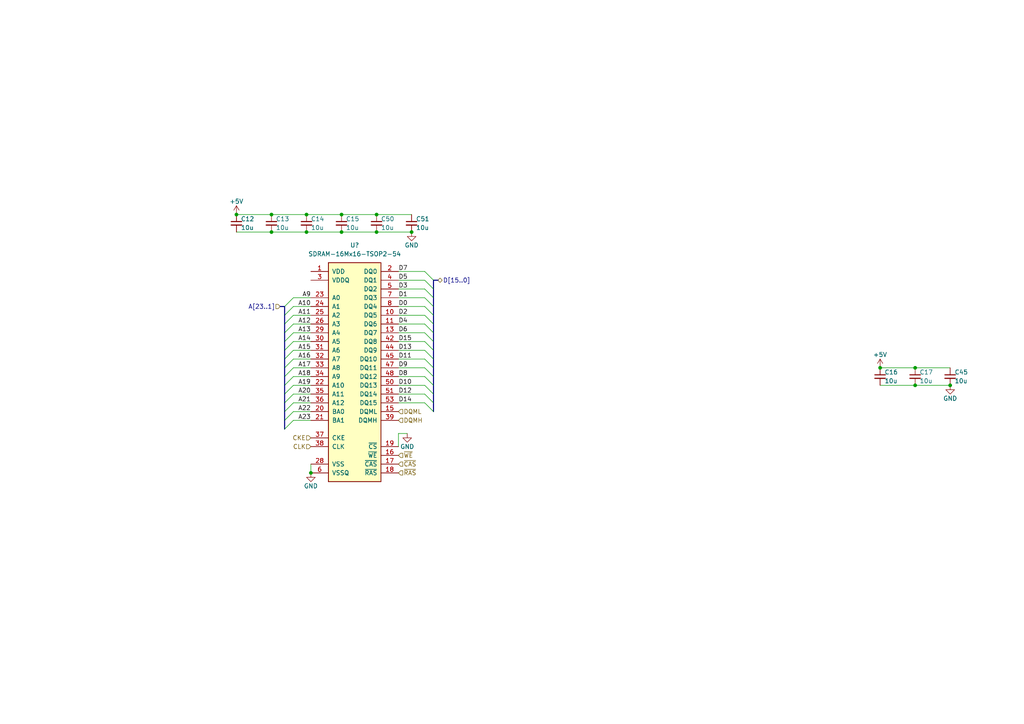
<source format=kicad_sch>
(kicad_sch (version 20230121) (generator eeschema)
  (paper "A4")
  (lib_symbols
    (symbol "Device:C_Small" (pin_numbers hide) (pin_names (offset 0.254) hide)
      (property "Reference" "C" (at 0.254 1.778 0))
      (property "Value" "C_Small" (at 0.254 -2.032 0))
      (symbol "C_Small_0_1"
        (polyline (pts (xy -1.524 -0.508) (xy 1.524 -0.508)) (stroke (width 0.3302)))
        (polyline (pts (xy -1.524 0.508) (xy 1.524 0.508)) (stroke (width 0.3048)))
      )
      (symbol "C_Small_1_1"
        (pin passive line (at 0 2.54 270) (length 2.032) (name "~") (number "1"))
        (pin passive line (at 0 -2.54 90) (length 2.032) (name "~") (number "2"))
      )
    )
    (symbol "GW_RAM:SDRAM-16Mx16-TSOP2-54" (pin_names (offset 1.016))
      (property "Reference" "U" (at 0 29.21 0))
      (property "Value" "SDRAM-16Mx16-TSOP2-54" (at 0 0 90))
      (symbol "SDRAM-16Mx16-TSOP2-54_0_1"
        (rectangle (start -7.62 27.94) (end 7.62 -35.56) (stroke (width 0.254)) (fill (type background)))
      )
      (symbol "SDRAM-16Mx16-TSOP2-54_1_1"
        (pin power_in line (at -12.7 25.4 0) (length 5.08) (name "VDD") (number "1"))
        (pin bidirectional line (at 12.7 12.7 180) (length 5.08) (name "DQ5") (number "10"))
        (pin bidirectional line (at 12.7 10.16 180) (length 5.08) (name "DQ6") (number "11"))
        (pin power_in line (at -12.7 -33.02 0) (length 5.08) hide (name "VSSQ") (number "12"))
        (pin bidirectional line (at 12.7 7.62 180) (length 5.08) (name "DQ7") (number "13"))
        (pin power_in line (at -12.7 25.4 0) (length 5.08) hide (name "VDD") (number "14"))
        (pin input line (at 12.7 -15.24 180) (length 5.08) (name "DQML") (number "15"))
        (pin input line (at 12.7 -27.94 180) (length 5.08) (name "~{WE}") (number "16"))
        (pin input line (at 12.7 -30.48 180) (length 5.08) (name "~{CAS}") (number "17"))
        (pin input line (at 12.7 -33.02 180) (length 5.08) (name "~{RAS}") (number "18"))
        (pin input line (at 12.7 -25.4 180) (length 5.08) (name "~{CS}") (number "19"))
        (pin bidirectional line (at 12.7 25.4 180) (length 5.08) (name "DQ0") (number "2"))
        (pin input line (at -12.7 -15.24 0) (length 5.08) (name "BA0") (number "20"))
        (pin input line (at -12.7 -17.78 0) (length 5.08) (name "BA1") (number "21"))
        (pin input line (at -12.7 -7.62 0) (length 5.08) (name "A10") (number "22"))
        (pin input line (at -12.7 17.78 0) (length 5.08) (name "A0") (number "23"))
        (pin input line (at -12.7 15.24 0) (length 5.08) (name "A1") (number "24"))
        (pin input line (at -12.7 12.7 0) (length 5.08) (name "A2") (number "25"))
        (pin input line (at -12.7 10.16 0) (length 5.08) (name "A3") (number "26"))
        (pin power_in line (at -12.7 25.4 0) (length 5.08) hide (name "VDD") (number "27"))
        (pin power_in line (at -12.7 -30.48 0) (length 5.08) (name "VSS") (number "28"))
        (pin input line (at -12.7 7.62 0) (length 5.08) (name "A4") (number "29"))
        (pin power_in line (at -12.7 22.86 0) (length 5.08) (name "VDDQ") (number "3"))
        (pin input line (at -12.7 5.08 0) (length 5.08) (name "A5") (number "30"))
        (pin input line (at -12.7 2.54 0) (length 5.08) (name "A6") (number "31"))
        (pin input line (at -12.7 0 0) (length 5.08) (name "A7") (number "32"))
        (pin input line (at -12.7 -2.54 0) (length 5.08) (name "A8") (number "33"))
        (pin input line (at -12.7 -5.08 0) (length 5.08) (name "A9") (number "34"))
        (pin input line (at -12.7 -10.16 0) (length 5.08) (name "A11") (number "35"))
        (pin input line (at -12.7 -12.7 0) (length 5.08) (name "A12") (number "36"))
        (pin input line (at -12.7 -22.86 0) (length 5.08) (name "CKE") (number "37"))
        (pin input line (at -12.7 -25.4 0) (length 5.08) (name "CLK") (number "38"))
        (pin input line (at 12.7 -17.78 180) (length 5.08) (name "DQMH") (number "39"))
        (pin bidirectional line (at 12.7 22.86 180) (length 5.08) (name "DQ1") (number "4"))
        (pin power_in line (at -12.7 -30.48 0) (length 5.08) hide (name "VSS") (number "41"))
        (pin bidirectional line (at 12.7 5.08 180) (length 5.08) (name "DQ8") (number "42"))
        (pin power_in line (at -12.7 22.86 0) (length 5.08) hide (name "VDDQ") (number "43"))
        (pin bidirectional line (at 12.7 2.54 180) (length 5.08) (name "DQ9") (number "44"))
        (pin bidirectional line (at 12.7 0 180) (length 5.08) (name "DQ10") (number "45"))
        (pin power_in line (at -12.7 -33.02 0) (length 5.08) hide (name "VSSQ") (number "46"))
        (pin bidirectional line (at 12.7 -2.54 180) (length 5.08) (name "DQ11") (number "47"))
        (pin bidirectional line (at 12.7 -5.08 180) (length 5.08) (name "DQ12") (number "48"))
        (pin power_in line (at -12.7 22.86 0) (length 5.08) hide (name "VDDQ") (number "49"))
        (pin bidirectional line (at 12.7 20.32 180) (length 5.08) (name "DQ2") (number "5"))
        (pin bidirectional line (at 12.7 -7.62 180) (length 5.08) (name "DQ13") (number "50"))
        (pin bidirectional line (at 12.7 -10.16 180) (length 5.08) (name "DQ14") (number "51"))
        (pin power_in line (at -12.7 -33.02 0) (length 5.08) hide (name "VSSQ") (number "52"))
        (pin bidirectional line (at 12.7 -12.7 180) (length 5.08) (name "DQ15") (number "53"))
        (pin power_in line (at -12.7 -30.48 0) (length 5.08) hide (name "VSS") (number "54"))
        (pin power_in line (at -12.7 -33.02 0) (length 5.08) (name "VSSQ") (number "6"))
        (pin bidirectional line (at 12.7 17.78 180) (length 5.08) (name "DQ3") (number "7"))
        (pin bidirectional line (at 12.7 15.24 180) (length 5.08) (name "DQ4") (number "8"))
        (pin power_in line (at -12.7 22.86 0) (length 5.08) hide (name "VDDQ") (number "9"))
      )
    )
    (symbol "power:+5V" (power) (pin_names (offset 0))
      (property "Value" "+5V" (at 0 3.556 0))
      (symbol "+5V_0_1"
        (polyline (pts (xy -0.762 1.27) (xy 0 2.54)))
        (polyline (pts (xy 0 0) (xy 0 2.54)))
        (polyline (pts (xy 0 2.54) (xy 0.762 1.27)))
      )
      (symbol "+5V_1_1"
        (pin power_in line (at 0 0 90) (length 0) hide (name "+5V") (number "1"))
      )
    )
    (symbol "power:GND" (power) (pin_names (offset 0))
      (property "Value" "GND" (at 0 -3.81 0))
      (symbol "GND_0_1"
        (polyline (pts (xy 0 0) (xy 0 -1.27) (xy 1.27 -1.27) (xy 0 -2.54) (xy -1.27 -1.27) (xy 0 -1.27)))
      )
      (symbol "GND_1_1"
        (pin power_in line (at 0 0 270) (length 0) hide (name "GND") (number "1"))
      )
    )
  )
  (junction (at 109.22 62.23))
  (junction (at 265.43 111.76))
  (junction (at 119.38 67.31))
  (junction (at 90.17 137.16))
  (junction (at 265.43 106.68))
  (junction (at 68.58 62.23))
  (junction (at 99.06 67.31))
  (junction (at 255.27 106.68))
  (junction (at 78.74 62.23))
  (junction (at 109.22 67.31))
  (junction (at 88.9 67.31))
  (junction (at 99.06 62.23))
  (junction (at 275.59 111.76))
  (junction (at 78.74 67.31))
  (junction (at 88.9 62.23))
  (bus_entry (at 125.73 93.98) (size -2.54 -2.54))
  (bus_entry (at 125.73 96.52) (size -2.54 -2.54))
  (bus_entry (at 125.73 81.28) (size -2.54 -2.54))
  (bus_entry (at 125.73 114.3) (size -2.54 -2.54))
  (bus_entry (at 82.55 99.06) (size 2.54 -2.54))
  (bus_entry (at 82.55 96.52) (size 2.54 -2.54))
  (bus_entry (at 125.73 83.82) (size -2.54 -2.54))
  (bus_entry (at 125.73 104.14) (size -2.54 -2.54))
  (bus_entry (at 82.55 119.38) (size 2.54 -2.54))
  (bus_entry (at 125.73 116.84) (size -2.54 -2.54))
  (bus_entry (at 82.55 116.84) (size 2.54 -2.54))
  (bus_entry (at 125.73 119.38) (size -2.54 -2.54))
  (bus_entry (at 125.73 106.68) (size -2.54 -2.54))
  (bus_entry (at 125.73 111.76) (size -2.54 -2.54))
  (bus_entry (at 125.73 99.06) (size -2.54 -2.54))
  (bus_entry (at 125.73 109.22) (size -2.54 -2.54))
  (bus_entry (at 125.73 88.9) (size -2.54 -2.54))
  (bus_entry (at 82.55 111.76) (size 2.54 -2.54))
  (bus_entry (at 82.55 93.98) (size 2.54 -2.54))
  (bus_entry (at 82.55 121.92) (size 2.54 -2.54))
  (bus_entry (at 82.55 104.14) (size 2.54 -2.54))
  (bus_entry (at 82.55 109.22) (size 2.54 -2.54))
  (bus_entry (at 82.55 106.68) (size 2.54 -2.54))
  (bus_entry (at 125.73 101.6) (size -2.54 -2.54))
  (bus_entry (at 82.55 88.9) (size 2.54 -2.54))
  (bus_entry (at 125.73 91.44) (size -2.54 -2.54))
  (bus_entry (at 82.55 101.6) (size 2.54 -2.54))
  (bus_entry (at 82.55 124.46) (size 2.54 -2.54))
  (bus_entry (at 125.73 86.36) (size -2.54 -2.54))
  (bus_entry (at 82.55 91.44) (size 2.54 -2.54))
  (bus_entry (at 82.55 114.3) (size 2.54 -2.54))
  (bus (pts (xy 82.55 88.9) (xy 82.55 91.44)))
  (bus (pts (xy 125.73 114.3) (xy 125.73 116.84)))
  (wire (pts (xy 90.17 101.6) (xy 85.09 101.6)))
  (bus (pts (xy 82.55 93.98) (xy 82.55 96.52)))
  (wire (pts (xy 90.17 104.14) (xy 85.09 104.14)))
  (wire (pts (xy 68.58 67.31) (xy 78.74 67.31)))
  (wire (pts (xy 78.74 62.23) (xy 88.9 62.23)))
  (wire (pts (xy 88.9 62.23) (xy 99.06 62.23)))
  (wire (pts (xy 265.43 106.68) (xy 275.59 106.68)))
  (wire (pts (xy 115.57 125.73) (xy 115.57 129.54)))
  (bus (pts (xy 125.73 83.82) (xy 125.73 86.36)))
  (wire (pts (xy 90.17 111.76) (xy 85.09 111.76)))
  (bus (pts (xy 82.55 121.92) (xy 82.55 124.46)))
  (bus (pts (xy 82.55 114.3) (xy 82.55 116.84)))
  (wire (pts (xy 90.17 109.22) (xy 85.09 109.22)))
  (wire (pts (xy 123.19 81.28) (xy 115.57 81.28)))
  (wire (pts (xy 68.58 62.23) (xy 78.74 62.23)))
  (bus (pts (xy 125.73 111.76) (xy 125.73 114.3)))
  (wire (pts (xy 90.17 134.62) (xy 90.17 137.16)))
  (wire (pts (xy 90.17 91.44) (xy 85.09 91.44)))
  (bus (pts (xy 125.73 104.14) (xy 125.73 106.68)))
  (wire (pts (xy 123.19 101.6) (xy 115.57 101.6)))
  (bus (pts (xy 125.73 99.06) (xy 125.73 101.6)))
  (wire (pts (xy 90.17 86.36) (xy 85.09 86.36)))
  (bus (pts (xy 82.55 101.6) (xy 82.55 104.14)))
  (bus (pts (xy 125.73 93.98) (xy 125.73 96.52)))
  (wire (pts (xy 115.57 109.22) (xy 123.19 109.22)))
  (bus (pts (xy 127 81.28) (xy 125.73 81.28)))
  (bus (pts (xy 82.55 111.76) (xy 82.55 114.3)))
  (wire (pts (xy 78.74 67.31) (xy 88.9 67.31)))
  (wire (pts (xy 99.06 67.31) (xy 109.22 67.31)))
  (bus (pts (xy 82.55 109.22) (xy 82.55 111.76)))
  (wire (pts (xy 99.06 62.23) (xy 109.22 62.23)))
  (bus (pts (xy 125.73 101.6) (xy 125.73 104.14)))
  (wire (pts (xy 90.17 96.52) (xy 85.09 96.52)))
  (wire (pts (xy 90.17 121.92) (xy 85.09 121.92)))
  (bus (pts (xy 82.55 119.38) (xy 82.55 121.92)))
  (wire (pts (xy 115.57 93.98) (xy 123.19 93.98)))
  (bus (pts (xy 82.55 91.44) (xy 82.55 93.98)))
  (wire (pts (xy 90.17 106.68) (xy 85.09 106.68)))
  (wire (pts (xy 123.19 78.74) (xy 115.57 78.74)))
  (bus (pts (xy 125.73 116.84) (xy 125.73 119.38)))
  (wire (pts (xy 123.19 104.14) (xy 115.57 104.14)))
  (wire (pts (xy 265.43 111.76) (xy 275.59 111.76)))
  (bus (pts (xy 125.73 86.36) (xy 125.73 88.9)))
  (bus (pts (xy 82.55 96.52) (xy 82.55 99.06)))
  (wire (pts (xy 90.17 114.3) (xy 85.09 114.3)))
  (wire (pts (xy 115.57 96.52) (xy 123.19 96.52)))
  (bus (pts (xy 82.55 116.84) (xy 82.55 119.38)))
  (wire (pts (xy 255.27 106.68) (xy 265.43 106.68)))
  (wire (pts (xy 115.57 111.76) (xy 123.19 111.76)))
  (bus (pts (xy 82.55 106.68) (xy 82.55 109.22)))
  (wire (pts (xy 109.22 62.23) (xy 119.38 62.23)))
  (wire (pts (xy 90.17 93.98) (xy 85.09 93.98)))
  (wire (pts (xy 88.9 67.31) (xy 99.06 67.31)))
  (wire (pts (xy 90.17 88.9) (xy 85.09 88.9)))
  (wire (pts (xy 115.57 114.3) (xy 123.19 114.3)))
  (wire (pts (xy 123.19 86.36) (xy 115.57 86.36)))
  (bus (pts (xy 125.73 106.68) (xy 125.73 109.22)))
  (wire (pts (xy 255.27 111.76) (xy 265.43 111.76)))
  (wire (pts (xy 115.57 88.9) (xy 123.19 88.9)))
  (wire (pts (xy 109.22 67.31) (xy 119.38 67.31)))
  (bus (pts (xy 82.55 99.06) (xy 82.55 101.6)))
  (wire (pts (xy 115.57 91.44) (xy 123.19 91.44)))
  (wire (pts (xy 115.57 99.06) (xy 123.19 99.06)))
  (bus (pts (xy 125.73 91.44) (xy 125.73 93.98)))
  (bus (pts (xy 125.73 96.52) (xy 125.73 99.06)))
  (wire (pts (xy 123.19 106.68) (xy 115.57 106.68)))
  (wire (pts (xy 118.11 125.73) (xy 115.57 125.73)))
  (bus (pts (xy 125.73 81.28) (xy 125.73 83.82)))
  (wire (pts (xy 123.19 83.82) (xy 115.57 83.82)))
  (bus (pts (xy 125.73 88.9) (xy 125.73 91.44)))
  (bus (pts (xy 82.55 104.14) (xy 82.55 106.68)))
  (wire (pts (xy 115.57 116.84) (xy 123.19 116.84)))
  (bus (pts (xy 82.55 88.9) (xy 81.28 88.9)))
  (wire (pts (xy 90.17 116.84) (xy 85.09 116.84)))
  (wire (pts (xy 90.17 99.06) (xy 85.09 99.06)))
  (bus (pts (xy 125.73 109.22) (xy 125.73 111.76)))
  (wire (pts (xy 90.17 119.38) (xy 85.09 119.38)))
  (label "A20" (at 90.17 114.3 180))
  (label "A11" (at 90.17 91.44 180))
  (label "D5" (at 115.57 81.28 0))
  (label "D12" (at 115.57 114.3 0))
  (label "A17" (at 90.17 106.68 180))
  (label "A21" (at 90.17 116.84 180))
  (label "D4" (at 115.57 93.98 0))
  (label "D6" (at 115.57 96.52 0))
  (label "D3" (at 115.57 83.82 0))
  (label "D2" (at 115.57 91.44 0))
  (label "D15" (at 115.57 99.06 0))
  (label "A19" (at 90.17 111.76 180))
  (label "D9" (at 115.57 106.68 0))
  (label "D7" (at 115.57 78.74 0))
  (label "A15" (at 90.17 101.6 180))
  (label "A14" (at 90.17 99.06 180))
  (label "D14" (at 115.57 116.84 0))
  (label "D1" (at 115.57 86.36 0))
  (label "A10" (at 90.17 88.9 180))
  (label "A18" (at 90.17 109.22 180))
  (label "A9" (at 90.17 86.36 180))
  (label "A13" (at 90.17 96.52 180))
  (label "A16" (at 90.17 104.14 180))
  (label "D11" (at 115.57 104.14 0))
  (label "A23" (at 90.17 121.92 180))
  (label "D0" (at 115.57 88.9 0))
  (label "D13" (at 115.57 101.6 0))
  (label "A12" (at 90.17 93.98 180))
  (label "A22" (at 90.17 119.38 180))
  (label "D8" (at 115.57 109.22 0))
  (label "D10" (at 115.57 111.76 0))
  (hierarchical_label "D[15..0]" (shape bidirectional) (at 127 81.28 0))
  (hierarchical_label "~{RAS}" (shape input) (at 115.57 137.16 0))
  (hierarchical_label "CLK" (shape input) (at 90.17 129.54 180))
  (hierarchical_label "DQMH" (shape input) (at 115.57 121.92 0))
  (hierarchical_label "DQML" (shape input) (at 115.57 119.38 0))
  (hierarchical_label "~{CAS}" (shape input) (at 115.57 134.62 0))
  (hierarchical_label "~{WE}" (shape input) (at 115.57 132.08 0))
  (hierarchical_label "CKE" (shape input) (at 90.17 127 180))
  (hierarchical_label "A[23..1]" (shape input) (at 81.28 88.9 180))
  (symbol (lib_id "power:+5V") (at 68.58 62.23 0) (unit 1)
    (property "Reference" "#PWR0138" (effects hide))
    (property "Value" "+5V" (at 68.58 58.42 0))
  )
  (symbol (lib_id "Device:C_Small") (at 78.74 64.77 0) (unit 1)
    (property "Reference" "C13" (at 80.01 63.5 0) (effects (justify left)))
    (property "Value" "10u" (at 80.01 66.04 0) (effects (justify left)))
    (property "Footprint" "stdpads:C_0805" (effects hide))
    (property "LCSC Part" "C15850" (effects hide))
  )
  (symbol (lib_id "Device:C_Small") (at 68.58 64.77 0) (unit 1)
    (property "Reference" "C12" (at 69.85 63.5 0) (effects (justify left)))
    (property "Value" "10u" (at 69.85 66.04 0) (effects (justify left)))
    (property "Footprint" "stdpads:C_0805" (effects hide))
    (property "LCSC Part" "C15850" (effects hide))
  )
  (symbol (lib_id "Device:C_Small") (at 88.9 64.77 0) (unit 1)
    (property "Reference" "C14" (at 90.17 63.5 0) (effects (justify left)))
    (property "Value" "10u" (at 90.17 66.04 0) (effects (justify left)))
    (property "Footprint" "stdpads:C_0805" (effects hide))
    (property "LCSC Part" "C15850" (effects hide))
  )
  (symbol (lib_id "Device:C_Small") (at 99.06 64.77 0) (unit 1)
    (property "Reference" "C15" (at 100.33 63.5 0) (effects (justify left)))
    (property "Value" "10u" (at 100.33 66.04 0) (effects (justify left)))
    (property "Footprint" "stdpads:C_0805" (effects hide))
    (property "LCSC Part" "C15850" (effects hide))
  )
  (symbol (lib_id "power:+5V") (at 255.27 106.68 0) (unit 1)
    (property "Reference" "#PWR0145" (effects hide))
    (property "Value" "+5V" (at 255.27 102.87 0))
  )
  (symbol (lib_id "Device:C_Small") (at 265.43 109.22 0) (unit 1)
    (property "Reference" "C17" (at 266.7 107.95 0) (effects (justify left)))
    (property "Value" "10u" (at 266.7 110.49 0) (effects (justify left)))
    (property "Footprint" "stdpads:C_0805" (effects hide))
    (property "LCSC Part" "C15850" (effects hide))
  )
  (symbol (lib_id "Device:C_Small") (at 255.27 109.22 0) (unit 1)
    (property "Reference" "C16" (at 256.54 107.95 0) (effects (justify left)))
    (property "Value" "10u" (at 256.54 110.49 0) (effects (justify left)))
    (property "Footprint" "stdpads:C_0805" (effects hide))
    (property "LCSC Part" "C15850" (effects hide))
  )
  (symbol (lib_id "Device:C_Small") (at 119.38 64.77 0) (unit 1)
    (property "Reference" "C51" (at 120.65 63.5 0) (effects (justify left)))
    (property "Value" "10u" (at 120.65 66.04 0) (effects (justify left)))
    (property "Footprint" "stdpads:C_0805" (effects hide))
    (property "LCSC Part" "C15850" (effects hide))
  )
  (symbol (lib_id "GW_RAM:SDRAM-16Mx16-TSOP2-54") (at 102.87 104.14 0) (unit 1)
    (property "Reference" "U?" (at 102.87 71.12 0))
    (property "Value" "SDRAM-16Mx16-TSOP2-54" (at 102.87 73.66 0))
    (property "Footprint" "stdpads:Winbond_TSOPII-54" (effects hide))
  )
  (symbol (lib_id "power:GND") (at 118.11 125.73 0) (unit 1)
    (property "Reference" "#PWR?" (effects hide))
    (property "Value" "GND" (at 118.11 129.54 0))
  )
  (symbol (lib_id "Device:C_Small") (at 109.22 64.77 0) (unit 1)
    (property "Reference" "C50" (at 110.49 63.5 0) (effects (justify left)))
    (property "Value" "10u" (at 110.49 66.04 0) (effects (justify left)))
    (property "Footprint" "stdpads:C_0805" (effects hide))
    (property "LCSC Part" "C15850" (effects hide))
  )
  (symbol (lib_id "power:GND") (at 275.59 111.76 0) (unit 1)
    (property "Reference" "#PWR0135" (effects hide))
    (property "Value" "GND" (at 275.59 115.57 0))
  )
  (symbol (lib_id "Device:C_Small") (at 275.59 109.22 0) (unit 1)
    (property "Reference" "C45" (at 276.86 107.95 0) (effects (justify left)))
    (property "Value" "10u" (at 276.86 110.49 0) (effects (justify left)))
    (property "Footprint" "stdpads:C_0805" (effects hide))
    (property "LCSC Part" "C15850" (effects hide))
  )
  (symbol (lib_id "power:GND") (at 90.17 137.16 0) (unit 1)
    (property "Reference" "#PWR?" (effects hide))
    (property "Value" "GND" (at 90.17 140.97 0))
  )
  (symbol (lib_id "power:GND") (at 119.38 67.31 0) (unit 1)
    (property "Reference" "#PWR0132" (effects hide))
    (property "Value" "GND" (at 119.38 71.12 0))
  )
)
</source>
